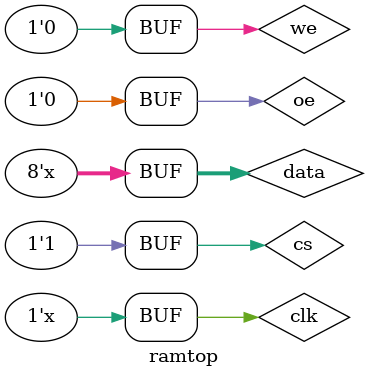
<source format=v>
`timescale 1ns/1ps

module ramtop();


reg clk, we, oe, cs;
parameter DATA_WIDTH = 8 ;
parameter ADDR_WIDTH = 4 ;
parameter RAM_DEPTH = 1 << ADDR_WIDTH;

reg [ADDR_WIDTH-1:0] address;
reg [DATA_WIDTH-1:0] data_in;
wire [DATA_WIDTH-1:0] data;


initial begin
we = 1;
oe = 1;
cs = 1;
clk = 0;
data_in = 0;
address = 0;
#105 we = 0;
#200 oe = 0;
end


always begin
#5 clk <= ~clk;
end

ram_sp_sr_sw ram1(
.clk(clk), 
.address(address), 
.data(data),
.cs(cs), 
.we(we), 
.oe(oe)       
);


always @(posedge clk) 
begin
	data_in <= data_in + 1;
	address <= address + 1;
end

assign data = (we) ? data_in : 8'bz;

endmodule

</source>
